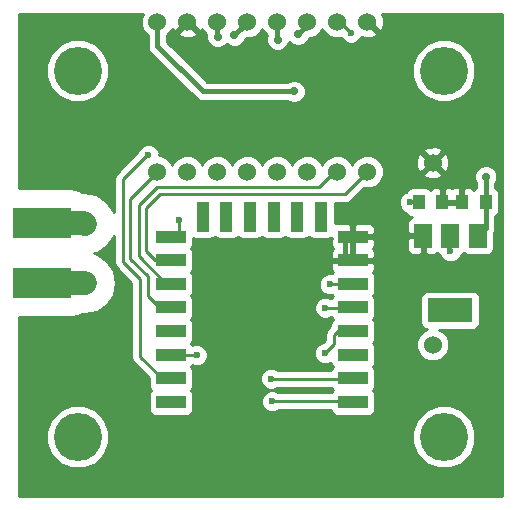
<source format=gbr>
G04 #@! TF.FileFunction,Copper,L2,Bot,Signal*
%FSLAX46Y46*%
G04 Gerber Fmt 4.6, Leading zero omitted, Abs format (unit mm)*
G04 Created by KiCad (PCBNEW 4.0.6) date Tuesday, 22. January 2019 19:52:39*
%MOMM*%
%LPD*%
G01*
G04 APERTURE LIST*
%ADD10C,0.100000*%
%ADD11C,1.524000*%
%ADD12R,1.000000X1.250000*%
%ADD13R,3.800000X2.000000*%
%ADD14R,1.500000X2.000000*%
%ADD15R,2.500000X1.100000*%
%ADD16R,1.100000X2.500000*%
%ADD17C,4.064000*%
%ADD18R,5.000000X2.500000*%
%ADD19C,0.700000*%
%ADD20C,0.600000*%
%ADD21C,0.400000*%
%ADD22C,0.250000*%
%ADD23C,2.000000*%
%ADD24C,0.254000*%
G04 APERTURE END LIST*
D10*
D11*
X188404500Y-38671500D03*
X190944500Y-38671500D03*
X193484500Y-38671500D03*
X196024500Y-38671500D03*
X198564500Y-38671500D03*
X201104500Y-38671500D03*
X203644500Y-38671500D03*
X206184500Y-38671500D03*
X206184500Y-38671500D03*
X206184500Y-51371500D03*
X203644500Y-38671500D03*
X203644500Y-51371500D03*
X201104500Y-38671500D03*
X201104500Y-51371500D03*
X198564500Y-38671500D03*
X198564500Y-51371500D03*
X196024500Y-38671500D03*
X196024500Y-51371500D03*
X193484500Y-38671500D03*
X193484500Y-51371500D03*
X190944500Y-38671500D03*
X190944500Y-51371500D03*
X188404500Y-38671500D03*
X188404500Y-51371500D03*
D12*
X214188800Y-53949600D03*
X216188800Y-53949600D03*
X210531200Y-53949600D03*
X212531200Y-53949600D03*
D13*
X213207600Y-63094000D03*
D14*
X213207600Y-56794000D03*
X215507600Y-56794000D03*
X210907600Y-56794000D03*
D15*
X189546000Y-70866000D03*
X189546000Y-68866000D03*
X189546000Y-66866000D03*
X189546000Y-64866000D03*
X189546000Y-62866000D03*
X189546000Y-60866000D03*
X189546000Y-58866000D03*
X189546000Y-56866000D03*
X204946000Y-56866000D03*
X204946000Y-58866000D03*
X204946000Y-60866000D03*
X204946000Y-62866000D03*
X204946000Y-64866000D03*
X204946000Y-66866000D03*
X204946000Y-68866000D03*
X204946000Y-70866000D03*
D16*
X192236000Y-55166000D03*
X194236000Y-55166000D03*
X196236000Y-55166000D03*
X198236000Y-55166000D03*
X200236000Y-55166000D03*
X202236000Y-55166000D03*
D17*
X181654800Y-42818400D03*
X212654800Y-42818400D03*
X181654800Y-73818400D03*
X212654800Y-73818400D03*
D11*
X182302400Y-55818400D03*
X182302400Y-60818400D03*
X211702400Y-50618400D03*
X211702400Y-66018400D03*
D18*
X178612800Y-55676800D03*
X178612800Y-60756800D03*
D19*
X214528400Y-47548800D03*
X202184000Y-73202800D03*
X207060800Y-41503600D03*
X186436000Y-70053200D03*
X199136000Y-78181200D03*
D20*
X204787500Y-39624000D03*
X190246000Y-55473600D03*
X202996800Y-60909200D03*
X191719200Y-66903600D03*
X213207600Y-58115200D03*
X209753200Y-53949600D03*
D19*
X216204800Y-51790600D03*
X199961500Y-44577000D03*
D20*
X198018400Y-68884800D03*
X198120000Y-70815200D03*
X202575142Y-66735942D03*
X202590400Y-62890400D03*
D19*
X200304400Y-39725600D03*
X198577200Y-40182800D03*
X194919600Y-39827200D03*
X193497200Y-39928800D03*
D20*
X187642500Y-49974500D03*
D21*
X206298800Y-38658800D02*
X206146400Y-38658800D01*
X204246000Y-56866000D02*
X204246000Y-58866000D01*
X210328000Y-56214400D02*
X210907600Y-56794000D01*
D22*
X203644500Y-38671500D02*
X203835000Y-38671500D01*
X203835000Y-38671500D02*
X204787500Y-39624000D01*
X190246000Y-56866000D02*
X190246000Y-55473600D01*
X204246000Y-60866000D02*
X203040000Y-60866000D01*
X203040000Y-60866000D02*
X202996800Y-60909200D01*
X190246000Y-66866000D02*
X191681600Y-66866000D01*
X191681600Y-66866000D02*
X191719200Y-66903600D01*
X213207600Y-56794000D02*
X213207600Y-58115200D01*
X210531200Y-53949600D02*
X209753200Y-53949600D01*
X210531200Y-53949600D02*
X210769200Y-53949600D01*
X213207600Y-56388000D02*
X213207600Y-56794000D01*
D21*
X216188800Y-53949600D02*
X216188800Y-51806600D01*
X216188800Y-51806600D02*
X216204800Y-51790600D01*
X188404500Y-38671500D02*
X188404500Y-40703500D01*
X192278000Y-44577000D02*
X199961500Y-44577000D01*
X188404500Y-40703500D02*
X192278000Y-44577000D01*
X216052400Y-53813200D02*
X216188800Y-53949600D01*
X216188800Y-53949600D02*
X216188800Y-56112800D01*
X216188800Y-56112800D02*
X215507600Y-56794000D01*
D22*
X198018400Y-68884800D02*
X204227200Y-68884800D01*
X204227200Y-68884800D02*
X204246000Y-68866000D01*
X198120000Y-70815200D02*
X204195200Y-70815200D01*
X204195200Y-70815200D02*
X204246000Y-70866000D01*
X203662800Y-64866000D02*
X203370999Y-65157801D01*
X203370999Y-65157801D02*
X203370999Y-65940085D01*
X203370999Y-65940085D02*
X202575142Y-66735942D01*
X204246000Y-64866000D02*
X203662800Y-64866000D01*
X202590400Y-62890400D02*
X204221600Y-62890400D01*
X204221600Y-62890400D02*
X204246000Y-62866000D01*
X190246000Y-60866000D02*
X189136000Y-60866000D01*
X189136000Y-60866000D02*
X186817000Y-58547000D01*
X202057000Y-52705000D02*
X203390500Y-51371500D01*
X188341000Y-52705000D02*
X202057000Y-52705000D01*
X186817000Y-54229000D02*
X188341000Y-52705000D01*
X186817000Y-58547000D02*
X186817000Y-54229000D01*
X203390500Y-51371500D02*
X203644500Y-51371500D01*
X190246000Y-58866000D02*
X188215500Y-58866000D01*
X204279500Y-53276500D02*
X206184500Y-51371500D01*
X188595000Y-53276500D02*
X204279500Y-53276500D01*
X187452000Y-54419500D02*
X188595000Y-53276500D01*
X187452000Y-58102500D02*
X187452000Y-54419500D01*
X188215500Y-58866000D02*
X187452000Y-58102500D01*
X190246000Y-58866000D02*
X188558400Y-58866000D01*
X190246000Y-62866000D02*
X188532500Y-62866000D01*
X188532500Y-62866000D02*
X187579000Y-61912500D01*
X186118500Y-53657500D02*
X188404500Y-51371500D01*
X186118500Y-58737500D02*
X186118500Y-53657500D01*
X187579000Y-60198000D02*
X186118500Y-58737500D01*
X187579000Y-61912500D02*
X187579000Y-60198000D01*
X190246000Y-62866000D02*
X189160998Y-62866000D01*
D21*
X200304400Y-39725600D02*
X201066400Y-38963600D01*
X201066400Y-38963600D02*
X201066400Y-38658800D01*
X198526400Y-40132000D02*
X198526400Y-38658800D01*
X198577200Y-40182800D02*
X198526400Y-40132000D01*
X194919600Y-39827200D02*
X195986400Y-38760400D01*
X195986400Y-38760400D02*
X195986400Y-38658800D01*
X193446400Y-39878000D02*
X193446400Y-38658800D01*
X193497200Y-39928800D02*
X193446400Y-39878000D01*
D23*
X178612800Y-55676800D02*
X182160800Y-55676800D01*
X182160800Y-55676800D02*
X182302400Y-55818400D01*
X178612800Y-60756800D02*
X182240800Y-60756800D01*
X182240800Y-60756800D02*
X182302400Y-60818400D01*
D22*
X190246000Y-68866000D02*
X188754000Y-68866000D01*
X188754000Y-68866000D02*
X186944000Y-67056000D01*
X186944000Y-67056000D02*
X186944000Y-60452000D01*
X186944000Y-60452000D02*
X185483500Y-58991500D01*
X185483500Y-58991500D02*
X185483500Y-52006500D01*
X185483500Y-52006500D02*
X187515500Y-49974500D01*
X187515500Y-49974500D02*
X187642500Y-49974500D01*
D24*
G36*
X187007743Y-38392400D02*
X187007258Y-38948161D01*
X187219490Y-39461803D01*
X187569500Y-39812425D01*
X187569500Y-40703500D01*
X187633061Y-41023041D01*
X187729671Y-41167628D01*
X187814066Y-41293934D01*
X191687566Y-45167434D01*
X191958459Y-45348439D01*
X192278000Y-45412000D01*
X199403886Y-45412000D01*
X199764712Y-45561828D01*
X200156569Y-45562170D01*
X200518729Y-45412529D01*
X200796055Y-45135686D01*
X200946328Y-44773788D01*
X200946670Y-44381931D01*
X200797029Y-44019771D01*
X200520186Y-43742445D01*
X200158288Y-43592172D01*
X199766431Y-43591830D01*
X199404271Y-43741471D01*
X199403741Y-43742000D01*
X192623868Y-43742000D01*
X192228440Y-43346572D01*
X209987338Y-43346572D01*
X210392509Y-44327161D01*
X211142093Y-45078055D01*
X212121973Y-45484936D01*
X213182972Y-45485862D01*
X214163561Y-45080691D01*
X214914455Y-44331107D01*
X215321336Y-43351227D01*
X215322262Y-42290228D01*
X214917091Y-41309639D01*
X214167507Y-40558745D01*
X213187627Y-40151864D01*
X212126628Y-40150938D01*
X211146039Y-40556109D01*
X210395145Y-41305693D01*
X209988264Y-42285573D01*
X209987338Y-43346572D01*
X192228440Y-43346572D01*
X189239500Y-40357632D01*
X189239500Y-39811891D01*
X189399957Y-39651713D01*
X190143892Y-39651713D01*
X190213357Y-39893897D01*
X190736802Y-40080644D01*
X191291868Y-40052862D01*
X191675643Y-39893897D01*
X191745108Y-39651713D01*
X190944500Y-38851105D01*
X190143892Y-39651713D01*
X189399957Y-39651713D01*
X189588129Y-39463870D01*
X189667895Y-39271773D01*
X189722103Y-39402643D01*
X189964287Y-39472108D01*
X190764895Y-38671500D01*
X190750753Y-38657358D01*
X190930358Y-38477753D01*
X190944500Y-38491895D01*
X190958643Y-38477753D01*
X191138248Y-38657358D01*
X191124105Y-38671500D01*
X191924713Y-39472108D01*
X192166897Y-39402643D01*
X192217009Y-39262182D01*
X192299490Y-39461803D01*
X192529074Y-39691788D01*
X192512372Y-39732012D01*
X192512030Y-40123869D01*
X192661671Y-40486029D01*
X192938514Y-40763355D01*
X193300412Y-40913628D01*
X193692269Y-40913970D01*
X194054429Y-40764329D01*
X194259226Y-40559889D01*
X194360914Y-40661755D01*
X194722812Y-40812028D01*
X195114669Y-40812370D01*
X195476829Y-40662729D01*
X195754155Y-40385886D01*
X195885995Y-40068380D01*
X196301161Y-40068742D01*
X196814803Y-39856510D01*
X197208129Y-39463870D01*
X197294449Y-39255988D01*
X197379490Y-39461803D01*
X197683561Y-39766405D01*
X197592372Y-39986012D01*
X197592030Y-40377869D01*
X197741671Y-40740029D01*
X198018514Y-41017355D01*
X198380412Y-41167628D01*
X198772269Y-41167970D01*
X199134429Y-41018329D01*
X199411755Y-40741486D01*
X199562028Y-40379588D01*
X199562031Y-40376152D01*
X199745714Y-40560155D01*
X200107612Y-40710428D01*
X200499469Y-40710770D01*
X200861629Y-40561129D01*
X201138955Y-40284286D01*
X201228512Y-40068609D01*
X201381161Y-40068742D01*
X201894803Y-39856510D01*
X202288129Y-39463870D01*
X202374449Y-39255988D01*
X202459490Y-39461803D01*
X202852130Y-39855129D01*
X203365400Y-40068257D01*
X203921161Y-40068742D01*
X203953988Y-40055178D01*
X203994383Y-40152943D01*
X204257173Y-40416192D01*
X204600701Y-40558838D01*
X204972667Y-40559162D01*
X205316443Y-40417117D01*
X205579692Y-40154327D01*
X205657579Y-39966756D01*
X205976802Y-40080644D01*
X206531868Y-40052862D01*
X206915643Y-39893897D01*
X206985108Y-39651713D01*
X206184500Y-38851105D01*
X206170358Y-38865248D01*
X205990753Y-38685643D01*
X206004895Y-38671500D01*
X205990753Y-38657358D01*
X206170358Y-38477753D01*
X206184500Y-38491895D01*
X206198643Y-38477753D01*
X206378248Y-38657358D01*
X206364105Y-38671500D01*
X207164713Y-39472108D01*
X207406897Y-39402643D01*
X207593644Y-38879198D01*
X207565862Y-38324132D01*
X207425182Y-37984500D01*
X217539500Y-37984500D01*
X217539500Y-78855500D01*
X176668500Y-78855500D01*
X176668500Y-74346572D01*
X178987338Y-74346572D01*
X179392509Y-75327161D01*
X180142093Y-76078055D01*
X181121973Y-76484936D01*
X182182972Y-76485862D01*
X183163561Y-76080691D01*
X183914455Y-75331107D01*
X184321336Y-74351227D01*
X184321340Y-74346572D01*
X209987338Y-74346572D01*
X210392509Y-75327161D01*
X211142093Y-76078055D01*
X212121973Y-76484936D01*
X213182972Y-76485862D01*
X214163561Y-76080691D01*
X214914455Y-75331107D01*
X215321336Y-74351227D01*
X215322262Y-73290228D01*
X214917091Y-72309639D01*
X214167507Y-71558745D01*
X213187627Y-71151864D01*
X212126628Y-71150938D01*
X211146039Y-71556109D01*
X210395145Y-72305693D01*
X209988264Y-73285573D01*
X209987338Y-74346572D01*
X184321340Y-74346572D01*
X184322262Y-73290228D01*
X183917091Y-72309639D01*
X183167507Y-71558745D01*
X182187627Y-71151864D01*
X181126628Y-71150938D01*
X180146039Y-71556109D01*
X179395145Y-72305693D01*
X178988264Y-73285573D01*
X178987338Y-74346572D01*
X176668500Y-74346572D01*
X176668500Y-63665674D01*
X181112800Y-63665674D01*
X181715730Y-63552225D01*
X181977470Y-63383800D01*
X181992711Y-63383800D01*
X182302400Y-63445401D01*
X183307710Y-63245432D01*
X184159970Y-62675970D01*
X184729432Y-61823710D01*
X184929401Y-60818400D01*
X184729432Y-59813090D01*
X184159970Y-58960831D01*
X184098370Y-58899230D01*
X183246110Y-58329768D01*
X183064918Y-58293727D01*
X183307710Y-58245432D01*
X184159970Y-57675970D01*
X184723500Y-56832588D01*
X184723500Y-58991500D01*
X184781352Y-59282339D01*
X184946099Y-59528901D01*
X186184000Y-60766802D01*
X186184000Y-67056000D01*
X186241852Y-67346839D01*
X186406599Y-67593401D01*
X187648560Y-68835362D01*
X187648560Y-69416000D01*
X187692838Y-69651317D01*
X187831910Y-69867441D01*
X187833299Y-69868390D01*
X187699569Y-70064110D01*
X187648560Y-70316000D01*
X187648560Y-71416000D01*
X187692838Y-71651317D01*
X187831910Y-71867441D01*
X188044110Y-72012431D01*
X188296000Y-72063440D01*
X190796000Y-72063440D01*
X191031317Y-72019162D01*
X191247441Y-71880090D01*
X191392431Y-71667890D01*
X191443440Y-71416000D01*
X191443440Y-70316000D01*
X191399162Y-70080683D01*
X191260090Y-69864559D01*
X191258701Y-69863610D01*
X191392431Y-69667890D01*
X191443440Y-69416000D01*
X191443440Y-69069967D01*
X197083238Y-69069967D01*
X197225283Y-69413743D01*
X197488073Y-69676992D01*
X197831601Y-69819638D01*
X198203567Y-69819962D01*
X198547343Y-69677917D01*
X198580518Y-69644800D01*
X203091612Y-69644800D01*
X203092838Y-69651317D01*
X203231910Y-69867441D01*
X203233299Y-69868390D01*
X203105657Y-70055200D01*
X198682463Y-70055200D01*
X198650327Y-70023008D01*
X198306799Y-69880362D01*
X197934833Y-69880038D01*
X197591057Y-70022083D01*
X197327808Y-70284873D01*
X197185162Y-70628401D01*
X197184838Y-71000367D01*
X197326883Y-71344143D01*
X197589673Y-71607392D01*
X197933201Y-71750038D01*
X198305167Y-71750362D01*
X198648943Y-71608317D01*
X198682118Y-71575200D01*
X203078516Y-71575200D01*
X203092838Y-71651317D01*
X203231910Y-71867441D01*
X203444110Y-72012431D01*
X203696000Y-72063440D01*
X206196000Y-72063440D01*
X206431317Y-72019162D01*
X206647441Y-71880090D01*
X206792431Y-71667890D01*
X206843440Y-71416000D01*
X206843440Y-70316000D01*
X206799162Y-70080683D01*
X206660090Y-69864559D01*
X206658701Y-69863610D01*
X206792431Y-69667890D01*
X206843440Y-69416000D01*
X206843440Y-68316000D01*
X206799162Y-68080683D01*
X206660090Y-67864559D01*
X206658701Y-67863610D01*
X206792431Y-67667890D01*
X206843440Y-67416000D01*
X206843440Y-66316000D01*
X206839501Y-66295061D01*
X210305158Y-66295061D01*
X210517390Y-66808703D01*
X210910030Y-67202029D01*
X211423300Y-67415157D01*
X211979061Y-67415642D01*
X212492703Y-67203410D01*
X212886029Y-66810770D01*
X213099157Y-66297500D01*
X213099642Y-65741739D01*
X212887410Y-65228097D01*
X212494770Y-64834771D01*
X212270004Y-64741440D01*
X215107600Y-64741440D01*
X215342917Y-64697162D01*
X215559041Y-64558090D01*
X215704031Y-64345890D01*
X215755040Y-64094000D01*
X215755040Y-62094000D01*
X215710762Y-61858683D01*
X215571690Y-61642559D01*
X215359490Y-61497569D01*
X215107600Y-61446560D01*
X211307600Y-61446560D01*
X211072283Y-61490838D01*
X210856159Y-61629910D01*
X210711169Y-61842110D01*
X210660160Y-62094000D01*
X210660160Y-64094000D01*
X210704438Y-64329317D01*
X210843510Y-64545441D01*
X211055710Y-64690431D01*
X211191523Y-64717934D01*
X210912097Y-64833390D01*
X210518771Y-65226030D01*
X210305643Y-65739300D01*
X210305158Y-66295061D01*
X206839501Y-66295061D01*
X206799162Y-66080683D01*
X206660090Y-65864559D01*
X206658701Y-65863610D01*
X206792431Y-65667890D01*
X206843440Y-65416000D01*
X206843440Y-64316000D01*
X206799162Y-64080683D01*
X206660090Y-63864559D01*
X206658701Y-63863610D01*
X206792431Y-63667890D01*
X206843440Y-63416000D01*
X206843440Y-62316000D01*
X206799162Y-62080683D01*
X206660090Y-61864559D01*
X206658701Y-61863610D01*
X206792431Y-61667890D01*
X206843440Y-61416000D01*
X206843440Y-60316000D01*
X206799162Y-60080683D01*
X206660090Y-59864559D01*
X206651402Y-59858623D01*
X206734327Y-59775699D01*
X206831000Y-59542310D01*
X206831000Y-59151750D01*
X206672250Y-58993000D01*
X205073000Y-58993000D01*
X205073000Y-59013000D01*
X204819000Y-59013000D01*
X204819000Y-58993000D01*
X203219750Y-58993000D01*
X203061000Y-59151750D01*
X203061000Y-59542310D01*
X203157673Y-59775699D01*
X203240226Y-59858252D01*
X203160905Y-59974342D01*
X202811633Y-59974038D01*
X202467857Y-60116083D01*
X202204608Y-60378873D01*
X202061962Y-60722401D01*
X202061638Y-61094367D01*
X202203683Y-61438143D01*
X202466473Y-61701392D01*
X202810001Y-61844038D01*
X203181967Y-61844362D01*
X203209688Y-61832908D01*
X203231910Y-61867441D01*
X203233299Y-61868390D01*
X203099569Y-62064110D01*
X203094841Y-62087459D01*
X202777199Y-61955562D01*
X202405233Y-61955238D01*
X202061457Y-62097283D01*
X201798208Y-62360073D01*
X201655562Y-62703601D01*
X201655238Y-63075567D01*
X201797283Y-63419343D01*
X202060073Y-63682592D01*
X202403601Y-63825238D01*
X202775567Y-63825562D01*
X203114773Y-63685405D01*
X203231910Y-63867441D01*
X203233299Y-63868390D01*
X203099569Y-64064110D01*
X203048560Y-64316000D01*
X203048560Y-64405438D01*
X202833598Y-64620400D01*
X202668851Y-64866962D01*
X202610999Y-65157801D01*
X202610999Y-65625283D01*
X202435462Y-65800820D01*
X202389975Y-65800780D01*
X202046199Y-65942825D01*
X201782950Y-66205615D01*
X201640304Y-66549143D01*
X201639980Y-66921109D01*
X201782025Y-67264885D01*
X202044815Y-67528134D01*
X202388343Y-67670780D01*
X202760309Y-67671104D01*
X203072304Y-67542190D01*
X203092838Y-67651317D01*
X203231910Y-67867441D01*
X203233299Y-67868390D01*
X203099569Y-68064110D01*
X203087279Y-68124800D01*
X198580863Y-68124800D01*
X198548727Y-68092608D01*
X198205199Y-67949962D01*
X197833233Y-67949638D01*
X197489457Y-68091683D01*
X197226208Y-68354473D01*
X197083562Y-68698001D01*
X197083238Y-69069967D01*
X191443440Y-69069967D01*
X191443440Y-68316000D01*
X191399162Y-68080683D01*
X191260090Y-67864559D01*
X191258701Y-67863610D01*
X191332591Y-67755469D01*
X191532401Y-67838438D01*
X191904367Y-67838762D01*
X192248143Y-67696717D01*
X192511392Y-67433927D01*
X192654038Y-67090399D01*
X192654362Y-66718433D01*
X192512317Y-66374657D01*
X192249527Y-66111408D01*
X191905999Y-65968762D01*
X191534033Y-65968438D01*
X191370433Y-66036036D01*
X191260090Y-65864559D01*
X191258701Y-65863610D01*
X191392431Y-65667890D01*
X191443440Y-65416000D01*
X191443440Y-64316000D01*
X191399162Y-64080683D01*
X191260090Y-63864559D01*
X191258701Y-63863610D01*
X191392431Y-63667890D01*
X191443440Y-63416000D01*
X191443440Y-62316000D01*
X191399162Y-62080683D01*
X191260090Y-61864559D01*
X191258701Y-61863610D01*
X191392431Y-61667890D01*
X191443440Y-61416000D01*
X191443440Y-60316000D01*
X191399162Y-60080683D01*
X191260090Y-59864559D01*
X191258701Y-59863610D01*
X191392431Y-59667890D01*
X191443440Y-59416000D01*
X191443440Y-58316000D01*
X191399162Y-58080683D01*
X191260090Y-57864559D01*
X191258701Y-57863610D01*
X191392431Y-57667890D01*
X191443440Y-57416000D01*
X191443440Y-57014320D01*
X191686000Y-57063440D01*
X192786000Y-57063440D01*
X193021317Y-57019162D01*
X193237441Y-56880090D01*
X193238390Y-56878701D01*
X193434110Y-57012431D01*
X193686000Y-57063440D01*
X194786000Y-57063440D01*
X195021317Y-57019162D01*
X195237441Y-56880090D01*
X195238390Y-56878701D01*
X195434110Y-57012431D01*
X195686000Y-57063440D01*
X196786000Y-57063440D01*
X197021317Y-57019162D01*
X197237441Y-56880090D01*
X197238390Y-56878701D01*
X197434110Y-57012431D01*
X197686000Y-57063440D01*
X198786000Y-57063440D01*
X199021317Y-57019162D01*
X199237441Y-56880090D01*
X199238390Y-56878701D01*
X199434110Y-57012431D01*
X199686000Y-57063440D01*
X200786000Y-57063440D01*
X201021317Y-57019162D01*
X201237441Y-56880090D01*
X201238390Y-56878701D01*
X201434110Y-57012431D01*
X201686000Y-57063440D01*
X202786000Y-57063440D01*
X203021317Y-57019162D01*
X203061971Y-56993002D01*
X203219748Y-56993002D01*
X203061000Y-57151750D01*
X203061000Y-57542310D01*
X203157673Y-57775699D01*
X203247975Y-57866000D01*
X203157673Y-57956301D01*
X203061000Y-58189690D01*
X203061000Y-58580250D01*
X203219750Y-58739000D01*
X204819000Y-58739000D01*
X204819000Y-56993000D01*
X205073000Y-56993000D01*
X205073000Y-58739000D01*
X206672250Y-58739000D01*
X206831000Y-58580250D01*
X206831000Y-58189690D01*
X206734327Y-57956301D01*
X206644025Y-57866000D01*
X206734327Y-57775699D01*
X206831000Y-57542310D01*
X206831000Y-57151750D01*
X206759000Y-57079750D01*
X209522600Y-57079750D01*
X209522600Y-57920309D01*
X209619273Y-58153698D01*
X209797901Y-58332327D01*
X210031290Y-58429000D01*
X210621850Y-58429000D01*
X210780600Y-58270250D01*
X210780600Y-56921000D01*
X209681350Y-56921000D01*
X209522600Y-57079750D01*
X206759000Y-57079750D01*
X206672250Y-56993000D01*
X205073000Y-56993000D01*
X204819000Y-56993000D01*
X204799000Y-56993000D01*
X204799000Y-56739000D01*
X204819000Y-56739000D01*
X204819000Y-55839750D01*
X205073000Y-55839750D01*
X205073000Y-56739000D01*
X206672250Y-56739000D01*
X206831000Y-56580250D01*
X206831000Y-56189690D01*
X206734327Y-55956301D01*
X206555698Y-55777673D01*
X206322309Y-55681000D01*
X205231750Y-55681000D01*
X205073000Y-55839750D01*
X204819000Y-55839750D01*
X204660250Y-55681000D01*
X203569691Y-55681000D01*
X203433440Y-55737437D01*
X203433440Y-54134767D01*
X208818038Y-54134767D01*
X208960083Y-54478543D01*
X209222873Y-54741792D01*
X209443025Y-54833208D01*
X209567110Y-55026041D01*
X209779310Y-55171031D01*
X209929042Y-55201353D01*
X209797901Y-55255673D01*
X209619273Y-55434302D01*
X209522600Y-55667691D01*
X209522600Y-56508250D01*
X209681350Y-56667000D01*
X210780600Y-56667000D01*
X210780600Y-56647000D01*
X211034600Y-56647000D01*
X211034600Y-56667000D01*
X211054600Y-56667000D01*
X211054600Y-56921000D01*
X211034600Y-56921000D01*
X211034600Y-58270250D01*
X211193350Y-58429000D01*
X211783910Y-58429000D01*
X212017299Y-58332327D01*
X212059260Y-58290366D01*
X212205710Y-58390431D01*
X212319143Y-58413402D01*
X212414483Y-58644143D01*
X212677273Y-58907392D01*
X213020801Y-59050038D01*
X213392767Y-59050362D01*
X213736543Y-58908317D01*
X213999792Y-58645527D01*
X214095295Y-58415531D01*
X214192917Y-58397162D01*
X214359077Y-58290241D01*
X214505710Y-58390431D01*
X214757600Y-58441440D01*
X216257600Y-58441440D01*
X216492917Y-58397162D01*
X216709041Y-58258090D01*
X216854031Y-58045890D01*
X216905040Y-57794000D01*
X216905040Y-56514951D01*
X216909518Y-56508250D01*
X216960239Y-56432341D01*
X217023800Y-56112800D01*
X217023800Y-55113618D01*
X217140241Y-55038690D01*
X217285231Y-54826490D01*
X217336240Y-54574600D01*
X217336240Y-53324600D01*
X217291962Y-53089283D01*
X217152890Y-52873159D01*
X217023800Y-52784956D01*
X217023800Y-52364814D01*
X217039355Y-52349286D01*
X217189628Y-51987388D01*
X217189970Y-51595531D01*
X217040329Y-51233371D01*
X216763486Y-50956045D01*
X216401588Y-50805772D01*
X216009731Y-50805430D01*
X215647571Y-50955071D01*
X215370245Y-51231914D01*
X215219972Y-51593812D01*
X215219630Y-51985669D01*
X215353800Y-52310386D01*
X215353800Y-52785582D01*
X215237359Y-52860510D01*
X215190831Y-52928606D01*
X215048498Y-52786273D01*
X214815109Y-52689600D01*
X214474550Y-52689600D01*
X214315800Y-52848350D01*
X214315800Y-53822600D01*
X214335800Y-53822600D01*
X214335800Y-54076600D01*
X214315800Y-54076600D01*
X214315800Y-54096600D01*
X214061800Y-54096600D01*
X214061800Y-54076600D01*
X212658200Y-54076600D01*
X212658200Y-54096600D01*
X212404200Y-54096600D01*
X212404200Y-54076600D01*
X212384200Y-54076600D01*
X212384200Y-53822600D01*
X212404200Y-53822600D01*
X212404200Y-52848350D01*
X212658200Y-52848350D01*
X212658200Y-53822600D01*
X214061800Y-53822600D01*
X214061800Y-52848350D01*
X213903050Y-52689600D01*
X213562491Y-52689600D01*
X213360000Y-52773475D01*
X213157509Y-52689600D01*
X212816950Y-52689600D01*
X212658200Y-52848350D01*
X212404200Y-52848350D01*
X212245450Y-52689600D01*
X211904891Y-52689600D01*
X211671502Y-52786273D01*
X211530264Y-52927510D01*
X211495290Y-52873159D01*
X211283090Y-52728169D01*
X211031200Y-52677160D01*
X210031200Y-52677160D01*
X209795883Y-52721438D01*
X209579759Y-52860510D01*
X209437824Y-53068239D01*
X209224257Y-53156483D01*
X208961008Y-53419273D01*
X208818362Y-53762801D01*
X208818038Y-54134767D01*
X203433440Y-54134767D01*
X203433440Y-54036500D01*
X204279500Y-54036500D01*
X204570339Y-53978648D01*
X204816901Y-53813901D01*
X205875119Y-52755683D01*
X205905400Y-52768257D01*
X206461161Y-52768742D01*
X206974803Y-52556510D01*
X207368129Y-52163870D01*
X207581257Y-51650600D01*
X207581302Y-51598613D01*
X210901792Y-51598613D01*
X210971257Y-51840797D01*
X211494702Y-52027544D01*
X212049768Y-51999762D01*
X212433543Y-51840797D01*
X212503008Y-51598613D01*
X211702400Y-50798005D01*
X210901792Y-51598613D01*
X207581302Y-51598613D01*
X207581742Y-51094839D01*
X207369510Y-50581197D01*
X207199313Y-50410702D01*
X210293256Y-50410702D01*
X210321038Y-50965768D01*
X210480003Y-51349543D01*
X210722187Y-51419008D01*
X211522795Y-50618400D01*
X211882005Y-50618400D01*
X212682613Y-51419008D01*
X212924797Y-51349543D01*
X213111544Y-50826098D01*
X213083762Y-50271032D01*
X212924797Y-49887257D01*
X212682613Y-49817792D01*
X211882005Y-50618400D01*
X211522795Y-50618400D01*
X210722187Y-49817792D01*
X210480003Y-49887257D01*
X210293256Y-50410702D01*
X207199313Y-50410702D01*
X206976870Y-50187871D01*
X206463600Y-49974743D01*
X205907839Y-49974258D01*
X205394197Y-50186490D01*
X205000871Y-50579130D01*
X204914551Y-50787012D01*
X204829510Y-50581197D01*
X204436870Y-50187871D01*
X203923600Y-49974743D01*
X203367839Y-49974258D01*
X202854197Y-50186490D01*
X202460871Y-50579130D01*
X202374551Y-50787012D01*
X202289510Y-50581197D01*
X201896870Y-50187871D01*
X201383600Y-49974743D01*
X200827839Y-49974258D01*
X200314197Y-50186490D01*
X199920871Y-50579130D01*
X199834551Y-50787012D01*
X199749510Y-50581197D01*
X199356870Y-50187871D01*
X198843600Y-49974743D01*
X198287839Y-49974258D01*
X197774197Y-50186490D01*
X197380871Y-50579130D01*
X197294551Y-50787012D01*
X197209510Y-50581197D01*
X196816870Y-50187871D01*
X196303600Y-49974743D01*
X195747839Y-49974258D01*
X195234197Y-50186490D01*
X194840871Y-50579130D01*
X194754551Y-50787012D01*
X194669510Y-50581197D01*
X194276870Y-50187871D01*
X193763600Y-49974743D01*
X193207839Y-49974258D01*
X192694197Y-50186490D01*
X192300871Y-50579130D01*
X192214551Y-50787012D01*
X192129510Y-50581197D01*
X191736870Y-50187871D01*
X191223600Y-49974743D01*
X190667839Y-49974258D01*
X190154197Y-50186490D01*
X189760871Y-50579130D01*
X189674551Y-50787012D01*
X189589510Y-50581197D01*
X189196870Y-50187871D01*
X188683600Y-49974743D01*
X188577501Y-49974650D01*
X188577662Y-49789333D01*
X188515210Y-49638187D01*
X210901792Y-49638187D01*
X211702400Y-50438795D01*
X212503008Y-49638187D01*
X212433543Y-49396003D01*
X211910098Y-49209256D01*
X211355032Y-49237038D01*
X210971257Y-49396003D01*
X210901792Y-49638187D01*
X188515210Y-49638187D01*
X188435617Y-49445557D01*
X188172827Y-49182308D01*
X187829299Y-49039662D01*
X187457333Y-49039338D01*
X187113557Y-49181383D01*
X186850308Y-49444173D01*
X186764587Y-49650611D01*
X184946099Y-51469099D01*
X184781352Y-51715661D01*
X184723500Y-52006500D01*
X184723500Y-54804212D01*
X184159970Y-53960831D01*
X184018370Y-53819230D01*
X183166110Y-53249768D01*
X182160800Y-53049799D01*
X182160795Y-53049800D01*
X181979451Y-53049800D01*
X181758195Y-52898622D01*
X181112800Y-52767926D01*
X176668500Y-52767926D01*
X176668500Y-43346572D01*
X178987338Y-43346572D01*
X179392509Y-44327161D01*
X180142093Y-45078055D01*
X181121973Y-45484936D01*
X182182972Y-45485862D01*
X183163561Y-45080691D01*
X183914455Y-44331107D01*
X184321336Y-43351227D01*
X184322262Y-42290228D01*
X183917091Y-41309639D01*
X183167507Y-40558745D01*
X182187627Y-40151864D01*
X181126628Y-40150938D01*
X180146039Y-40556109D01*
X179395145Y-41305693D01*
X178988264Y-42285573D01*
X178987338Y-43346572D01*
X176668500Y-43346572D01*
X176668500Y-37984500D01*
X187177118Y-37984500D01*
X187007743Y-38392400D01*
X187007743Y-38392400D01*
G37*
X187007743Y-38392400D02*
X187007258Y-38948161D01*
X187219490Y-39461803D01*
X187569500Y-39812425D01*
X187569500Y-40703500D01*
X187633061Y-41023041D01*
X187729671Y-41167628D01*
X187814066Y-41293934D01*
X191687566Y-45167434D01*
X191958459Y-45348439D01*
X192278000Y-45412000D01*
X199403886Y-45412000D01*
X199764712Y-45561828D01*
X200156569Y-45562170D01*
X200518729Y-45412529D01*
X200796055Y-45135686D01*
X200946328Y-44773788D01*
X200946670Y-44381931D01*
X200797029Y-44019771D01*
X200520186Y-43742445D01*
X200158288Y-43592172D01*
X199766431Y-43591830D01*
X199404271Y-43741471D01*
X199403741Y-43742000D01*
X192623868Y-43742000D01*
X192228440Y-43346572D01*
X209987338Y-43346572D01*
X210392509Y-44327161D01*
X211142093Y-45078055D01*
X212121973Y-45484936D01*
X213182972Y-45485862D01*
X214163561Y-45080691D01*
X214914455Y-44331107D01*
X215321336Y-43351227D01*
X215322262Y-42290228D01*
X214917091Y-41309639D01*
X214167507Y-40558745D01*
X213187627Y-40151864D01*
X212126628Y-40150938D01*
X211146039Y-40556109D01*
X210395145Y-41305693D01*
X209988264Y-42285573D01*
X209987338Y-43346572D01*
X192228440Y-43346572D01*
X189239500Y-40357632D01*
X189239500Y-39811891D01*
X189399957Y-39651713D01*
X190143892Y-39651713D01*
X190213357Y-39893897D01*
X190736802Y-40080644D01*
X191291868Y-40052862D01*
X191675643Y-39893897D01*
X191745108Y-39651713D01*
X190944500Y-38851105D01*
X190143892Y-39651713D01*
X189399957Y-39651713D01*
X189588129Y-39463870D01*
X189667895Y-39271773D01*
X189722103Y-39402643D01*
X189964287Y-39472108D01*
X190764895Y-38671500D01*
X190750753Y-38657358D01*
X190930358Y-38477753D01*
X190944500Y-38491895D01*
X190958643Y-38477753D01*
X191138248Y-38657358D01*
X191124105Y-38671500D01*
X191924713Y-39472108D01*
X192166897Y-39402643D01*
X192217009Y-39262182D01*
X192299490Y-39461803D01*
X192529074Y-39691788D01*
X192512372Y-39732012D01*
X192512030Y-40123869D01*
X192661671Y-40486029D01*
X192938514Y-40763355D01*
X193300412Y-40913628D01*
X193692269Y-40913970D01*
X194054429Y-40764329D01*
X194259226Y-40559889D01*
X194360914Y-40661755D01*
X194722812Y-40812028D01*
X195114669Y-40812370D01*
X195476829Y-40662729D01*
X195754155Y-40385886D01*
X195885995Y-40068380D01*
X196301161Y-40068742D01*
X196814803Y-39856510D01*
X197208129Y-39463870D01*
X197294449Y-39255988D01*
X197379490Y-39461803D01*
X197683561Y-39766405D01*
X197592372Y-39986012D01*
X197592030Y-40377869D01*
X197741671Y-40740029D01*
X198018514Y-41017355D01*
X198380412Y-41167628D01*
X198772269Y-41167970D01*
X199134429Y-41018329D01*
X199411755Y-40741486D01*
X199562028Y-40379588D01*
X199562031Y-40376152D01*
X199745714Y-40560155D01*
X200107612Y-40710428D01*
X200499469Y-40710770D01*
X200861629Y-40561129D01*
X201138955Y-40284286D01*
X201228512Y-40068609D01*
X201381161Y-40068742D01*
X201894803Y-39856510D01*
X202288129Y-39463870D01*
X202374449Y-39255988D01*
X202459490Y-39461803D01*
X202852130Y-39855129D01*
X203365400Y-40068257D01*
X203921161Y-40068742D01*
X203953988Y-40055178D01*
X203994383Y-40152943D01*
X204257173Y-40416192D01*
X204600701Y-40558838D01*
X204972667Y-40559162D01*
X205316443Y-40417117D01*
X205579692Y-40154327D01*
X205657579Y-39966756D01*
X205976802Y-40080644D01*
X206531868Y-40052862D01*
X206915643Y-39893897D01*
X206985108Y-39651713D01*
X206184500Y-38851105D01*
X206170358Y-38865248D01*
X205990753Y-38685643D01*
X206004895Y-38671500D01*
X205990753Y-38657358D01*
X206170358Y-38477753D01*
X206184500Y-38491895D01*
X206198643Y-38477753D01*
X206378248Y-38657358D01*
X206364105Y-38671500D01*
X207164713Y-39472108D01*
X207406897Y-39402643D01*
X207593644Y-38879198D01*
X207565862Y-38324132D01*
X207425182Y-37984500D01*
X217539500Y-37984500D01*
X217539500Y-78855500D01*
X176668500Y-78855500D01*
X176668500Y-74346572D01*
X178987338Y-74346572D01*
X179392509Y-75327161D01*
X180142093Y-76078055D01*
X181121973Y-76484936D01*
X182182972Y-76485862D01*
X183163561Y-76080691D01*
X183914455Y-75331107D01*
X184321336Y-74351227D01*
X184321340Y-74346572D01*
X209987338Y-74346572D01*
X210392509Y-75327161D01*
X211142093Y-76078055D01*
X212121973Y-76484936D01*
X213182972Y-76485862D01*
X214163561Y-76080691D01*
X214914455Y-75331107D01*
X215321336Y-74351227D01*
X215322262Y-73290228D01*
X214917091Y-72309639D01*
X214167507Y-71558745D01*
X213187627Y-71151864D01*
X212126628Y-71150938D01*
X211146039Y-71556109D01*
X210395145Y-72305693D01*
X209988264Y-73285573D01*
X209987338Y-74346572D01*
X184321340Y-74346572D01*
X184322262Y-73290228D01*
X183917091Y-72309639D01*
X183167507Y-71558745D01*
X182187627Y-71151864D01*
X181126628Y-71150938D01*
X180146039Y-71556109D01*
X179395145Y-72305693D01*
X178988264Y-73285573D01*
X178987338Y-74346572D01*
X176668500Y-74346572D01*
X176668500Y-63665674D01*
X181112800Y-63665674D01*
X181715730Y-63552225D01*
X181977470Y-63383800D01*
X181992711Y-63383800D01*
X182302400Y-63445401D01*
X183307710Y-63245432D01*
X184159970Y-62675970D01*
X184729432Y-61823710D01*
X184929401Y-60818400D01*
X184729432Y-59813090D01*
X184159970Y-58960831D01*
X184098370Y-58899230D01*
X183246110Y-58329768D01*
X183064918Y-58293727D01*
X183307710Y-58245432D01*
X184159970Y-57675970D01*
X184723500Y-56832588D01*
X184723500Y-58991500D01*
X184781352Y-59282339D01*
X184946099Y-59528901D01*
X186184000Y-60766802D01*
X186184000Y-67056000D01*
X186241852Y-67346839D01*
X186406599Y-67593401D01*
X187648560Y-68835362D01*
X187648560Y-69416000D01*
X187692838Y-69651317D01*
X187831910Y-69867441D01*
X187833299Y-69868390D01*
X187699569Y-70064110D01*
X187648560Y-70316000D01*
X187648560Y-71416000D01*
X187692838Y-71651317D01*
X187831910Y-71867441D01*
X188044110Y-72012431D01*
X188296000Y-72063440D01*
X190796000Y-72063440D01*
X191031317Y-72019162D01*
X191247441Y-71880090D01*
X191392431Y-71667890D01*
X191443440Y-71416000D01*
X191443440Y-70316000D01*
X191399162Y-70080683D01*
X191260090Y-69864559D01*
X191258701Y-69863610D01*
X191392431Y-69667890D01*
X191443440Y-69416000D01*
X191443440Y-69069967D01*
X197083238Y-69069967D01*
X197225283Y-69413743D01*
X197488073Y-69676992D01*
X197831601Y-69819638D01*
X198203567Y-69819962D01*
X198547343Y-69677917D01*
X198580518Y-69644800D01*
X203091612Y-69644800D01*
X203092838Y-69651317D01*
X203231910Y-69867441D01*
X203233299Y-69868390D01*
X203105657Y-70055200D01*
X198682463Y-70055200D01*
X198650327Y-70023008D01*
X198306799Y-69880362D01*
X197934833Y-69880038D01*
X197591057Y-70022083D01*
X197327808Y-70284873D01*
X197185162Y-70628401D01*
X197184838Y-71000367D01*
X197326883Y-71344143D01*
X197589673Y-71607392D01*
X197933201Y-71750038D01*
X198305167Y-71750362D01*
X198648943Y-71608317D01*
X198682118Y-71575200D01*
X203078516Y-71575200D01*
X203092838Y-71651317D01*
X203231910Y-71867441D01*
X203444110Y-72012431D01*
X203696000Y-72063440D01*
X206196000Y-72063440D01*
X206431317Y-72019162D01*
X206647441Y-71880090D01*
X206792431Y-71667890D01*
X206843440Y-71416000D01*
X206843440Y-70316000D01*
X206799162Y-70080683D01*
X206660090Y-69864559D01*
X206658701Y-69863610D01*
X206792431Y-69667890D01*
X206843440Y-69416000D01*
X206843440Y-68316000D01*
X206799162Y-68080683D01*
X206660090Y-67864559D01*
X206658701Y-67863610D01*
X206792431Y-67667890D01*
X206843440Y-67416000D01*
X206843440Y-66316000D01*
X206839501Y-66295061D01*
X210305158Y-66295061D01*
X210517390Y-66808703D01*
X210910030Y-67202029D01*
X211423300Y-67415157D01*
X211979061Y-67415642D01*
X212492703Y-67203410D01*
X212886029Y-66810770D01*
X213099157Y-66297500D01*
X213099642Y-65741739D01*
X212887410Y-65228097D01*
X212494770Y-64834771D01*
X212270004Y-64741440D01*
X215107600Y-64741440D01*
X215342917Y-64697162D01*
X215559041Y-64558090D01*
X215704031Y-64345890D01*
X215755040Y-64094000D01*
X215755040Y-62094000D01*
X215710762Y-61858683D01*
X215571690Y-61642559D01*
X215359490Y-61497569D01*
X215107600Y-61446560D01*
X211307600Y-61446560D01*
X211072283Y-61490838D01*
X210856159Y-61629910D01*
X210711169Y-61842110D01*
X210660160Y-62094000D01*
X210660160Y-64094000D01*
X210704438Y-64329317D01*
X210843510Y-64545441D01*
X211055710Y-64690431D01*
X211191523Y-64717934D01*
X210912097Y-64833390D01*
X210518771Y-65226030D01*
X210305643Y-65739300D01*
X210305158Y-66295061D01*
X206839501Y-66295061D01*
X206799162Y-66080683D01*
X206660090Y-65864559D01*
X206658701Y-65863610D01*
X206792431Y-65667890D01*
X206843440Y-65416000D01*
X206843440Y-64316000D01*
X206799162Y-64080683D01*
X206660090Y-63864559D01*
X206658701Y-63863610D01*
X206792431Y-63667890D01*
X206843440Y-63416000D01*
X206843440Y-62316000D01*
X206799162Y-62080683D01*
X206660090Y-61864559D01*
X206658701Y-61863610D01*
X206792431Y-61667890D01*
X206843440Y-61416000D01*
X206843440Y-60316000D01*
X206799162Y-60080683D01*
X206660090Y-59864559D01*
X206651402Y-59858623D01*
X206734327Y-59775699D01*
X206831000Y-59542310D01*
X206831000Y-59151750D01*
X206672250Y-58993000D01*
X205073000Y-58993000D01*
X205073000Y-59013000D01*
X204819000Y-59013000D01*
X204819000Y-58993000D01*
X203219750Y-58993000D01*
X203061000Y-59151750D01*
X203061000Y-59542310D01*
X203157673Y-59775699D01*
X203240226Y-59858252D01*
X203160905Y-59974342D01*
X202811633Y-59974038D01*
X202467857Y-60116083D01*
X202204608Y-60378873D01*
X202061962Y-60722401D01*
X202061638Y-61094367D01*
X202203683Y-61438143D01*
X202466473Y-61701392D01*
X202810001Y-61844038D01*
X203181967Y-61844362D01*
X203209688Y-61832908D01*
X203231910Y-61867441D01*
X203233299Y-61868390D01*
X203099569Y-62064110D01*
X203094841Y-62087459D01*
X202777199Y-61955562D01*
X202405233Y-61955238D01*
X202061457Y-62097283D01*
X201798208Y-62360073D01*
X201655562Y-62703601D01*
X201655238Y-63075567D01*
X201797283Y-63419343D01*
X202060073Y-63682592D01*
X202403601Y-63825238D01*
X202775567Y-63825562D01*
X203114773Y-63685405D01*
X203231910Y-63867441D01*
X203233299Y-63868390D01*
X203099569Y-64064110D01*
X203048560Y-64316000D01*
X203048560Y-64405438D01*
X202833598Y-64620400D01*
X202668851Y-64866962D01*
X202610999Y-65157801D01*
X202610999Y-65625283D01*
X202435462Y-65800820D01*
X202389975Y-65800780D01*
X202046199Y-65942825D01*
X201782950Y-66205615D01*
X201640304Y-66549143D01*
X201639980Y-66921109D01*
X201782025Y-67264885D01*
X202044815Y-67528134D01*
X202388343Y-67670780D01*
X202760309Y-67671104D01*
X203072304Y-67542190D01*
X203092838Y-67651317D01*
X203231910Y-67867441D01*
X203233299Y-67868390D01*
X203099569Y-68064110D01*
X203087279Y-68124800D01*
X198580863Y-68124800D01*
X198548727Y-68092608D01*
X198205199Y-67949962D01*
X197833233Y-67949638D01*
X197489457Y-68091683D01*
X197226208Y-68354473D01*
X197083562Y-68698001D01*
X197083238Y-69069967D01*
X191443440Y-69069967D01*
X191443440Y-68316000D01*
X191399162Y-68080683D01*
X191260090Y-67864559D01*
X191258701Y-67863610D01*
X191332591Y-67755469D01*
X191532401Y-67838438D01*
X191904367Y-67838762D01*
X192248143Y-67696717D01*
X192511392Y-67433927D01*
X192654038Y-67090399D01*
X192654362Y-66718433D01*
X192512317Y-66374657D01*
X192249527Y-66111408D01*
X191905999Y-65968762D01*
X191534033Y-65968438D01*
X191370433Y-66036036D01*
X191260090Y-65864559D01*
X191258701Y-65863610D01*
X191392431Y-65667890D01*
X191443440Y-65416000D01*
X191443440Y-64316000D01*
X191399162Y-64080683D01*
X191260090Y-63864559D01*
X191258701Y-63863610D01*
X191392431Y-63667890D01*
X191443440Y-63416000D01*
X191443440Y-62316000D01*
X191399162Y-62080683D01*
X191260090Y-61864559D01*
X191258701Y-61863610D01*
X191392431Y-61667890D01*
X191443440Y-61416000D01*
X191443440Y-60316000D01*
X191399162Y-60080683D01*
X191260090Y-59864559D01*
X191258701Y-59863610D01*
X191392431Y-59667890D01*
X191443440Y-59416000D01*
X191443440Y-58316000D01*
X191399162Y-58080683D01*
X191260090Y-57864559D01*
X191258701Y-57863610D01*
X191392431Y-57667890D01*
X191443440Y-57416000D01*
X191443440Y-57014320D01*
X191686000Y-57063440D01*
X192786000Y-57063440D01*
X193021317Y-57019162D01*
X193237441Y-56880090D01*
X193238390Y-56878701D01*
X193434110Y-57012431D01*
X193686000Y-57063440D01*
X194786000Y-57063440D01*
X195021317Y-57019162D01*
X195237441Y-56880090D01*
X195238390Y-56878701D01*
X195434110Y-57012431D01*
X195686000Y-57063440D01*
X196786000Y-57063440D01*
X197021317Y-57019162D01*
X197237441Y-56880090D01*
X197238390Y-56878701D01*
X197434110Y-57012431D01*
X197686000Y-57063440D01*
X198786000Y-57063440D01*
X199021317Y-57019162D01*
X199237441Y-56880090D01*
X199238390Y-56878701D01*
X199434110Y-57012431D01*
X199686000Y-57063440D01*
X200786000Y-57063440D01*
X201021317Y-57019162D01*
X201237441Y-56880090D01*
X201238390Y-56878701D01*
X201434110Y-57012431D01*
X201686000Y-57063440D01*
X202786000Y-57063440D01*
X203021317Y-57019162D01*
X203061971Y-56993002D01*
X203219748Y-56993002D01*
X203061000Y-57151750D01*
X203061000Y-57542310D01*
X203157673Y-57775699D01*
X203247975Y-57866000D01*
X203157673Y-57956301D01*
X203061000Y-58189690D01*
X203061000Y-58580250D01*
X203219750Y-58739000D01*
X204819000Y-58739000D01*
X204819000Y-56993000D01*
X205073000Y-56993000D01*
X205073000Y-58739000D01*
X206672250Y-58739000D01*
X206831000Y-58580250D01*
X206831000Y-58189690D01*
X206734327Y-57956301D01*
X206644025Y-57866000D01*
X206734327Y-57775699D01*
X206831000Y-57542310D01*
X206831000Y-57151750D01*
X206759000Y-57079750D01*
X209522600Y-57079750D01*
X209522600Y-57920309D01*
X209619273Y-58153698D01*
X209797901Y-58332327D01*
X210031290Y-58429000D01*
X210621850Y-58429000D01*
X210780600Y-58270250D01*
X210780600Y-56921000D01*
X209681350Y-56921000D01*
X209522600Y-57079750D01*
X206759000Y-57079750D01*
X206672250Y-56993000D01*
X205073000Y-56993000D01*
X204819000Y-56993000D01*
X204799000Y-56993000D01*
X204799000Y-56739000D01*
X204819000Y-56739000D01*
X204819000Y-55839750D01*
X205073000Y-55839750D01*
X205073000Y-56739000D01*
X206672250Y-56739000D01*
X206831000Y-56580250D01*
X206831000Y-56189690D01*
X206734327Y-55956301D01*
X206555698Y-55777673D01*
X206322309Y-55681000D01*
X205231750Y-55681000D01*
X205073000Y-55839750D01*
X204819000Y-55839750D01*
X204660250Y-55681000D01*
X203569691Y-55681000D01*
X203433440Y-55737437D01*
X203433440Y-54134767D01*
X208818038Y-54134767D01*
X208960083Y-54478543D01*
X209222873Y-54741792D01*
X209443025Y-54833208D01*
X209567110Y-55026041D01*
X209779310Y-55171031D01*
X209929042Y-55201353D01*
X209797901Y-55255673D01*
X209619273Y-55434302D01*
X209522600Y-55667691D01*
X209522600Y-56508250D01*
X209681350Y-56667000D01*
X210780600Y-56667000D01*
X210780600Y-56647000D01*
X211034600Y-56647000D01*
X211034600Y-56667000D01*
X211054600Y-56667000D01*
X211054600Y-56921000D01*
X211034600Y-56921000D01*
X211034600Y-58270250D01*
X211193350Y-58429000D01*
X211783910Y-58429000D01*
X212017299Y-58332327D01*
X212059260Y-58290366D01*
X212205710Y-58390431D01*
X212319143Y-58413402D01*
X212414483Y-58644143D01*
X212677273Y-58907392D01*
X213020801Y-59050038D01*
X213392767Y-59050362D01*
X213736543Y-58908317D01*
X213999792Y-58645527D01*
X214095295Y-58415531D01*
X214192917Y-58397162D01*
X214359077Y-58290241D01*
X214505710Y-58390431D01*
X214757600Y-58441440D01*
X216257600Y-58441440D01*
X216492917Y-58397162D01*
X216709041Y-58258090D01*
X216854031Y-58045890D01*
X216905040Y-57794000D01*
X216905040Y-56514951D01*
X216909518Y-56508250D01*
X216960239Y-56432341D01*
X217023800Y-56112800D01*
X217023800Y-55113618D01*
X217140241Y-55038690D01*
X217285231Y-54826490D01*
X217336240Y-54574600D01*
X217336240Y-53324600D01*
X217291962Y-53089283D01*
X217152890Y-52873159D01*
X217023800Y-52784956D01*
X217023800Y-52364814D01*
X217039355Y-52349286D01*
X217189628Y-51987388D01*
X217189970Y-51595531D01*
X217040329Y-51233371D01*
X216763486Y-50956045D01*
X216401588Y-50805772D01*
X216009731Y-50805430D01*
X215647571Y-50955071D01*
X215370245Y-51231914D01*
X215219972Y-51593812D01*
X215219630Y-51985669D01*
X215353800Y-52310386D01*
X215353800Y-52785582D01*
X215237359Y-52860510D01*
X215190831Y-52928606D01*
X215048498Y-52786273D01*
X214815109Y-52689600D01*
X214474550Y-52689600D01*
X214315800Y-52848350D01*
X214315800Y-53822600D01*
X214335800Y-53822600D01*
X214335800Y-54076600D01*
X214315800Y-54076600D01*
X214315800Y-54096600D01*
X214061800Y-54096600D01*
X214061800Y-54076600D01*
X212658200Y-54076600D01*
X212658200Y-54096600D01*
X212404200Y-54096600D01*
X212404200Y-54076600D01*
X212384200Y-54076600D01*
X212384200Y-53822600D01*
X212404200Y-53822600D01*
X212404200Y-52848350D01*
X212658200Y-52848350D01*
X212658200Y-53822600D01*
X214061800Y-53822600D01*
X214061800Y-52848350D01*
X213903050Y-52689600D01*
X213562491Y-52689600D01*
X213360000Y-52773475D01*
X213157509Y-52689600D01*
X212816950Y-52689600D01*
X212658200Y-52848350D01*
X212404200Y-52848350D01*
X212245450Y-52689600D01*
X211904891Y-52689600D01*
X211671502Y-52786273D01*
X211530264Y-52927510D01*
X211495290Y-52873159D01*
X211283090Y-52728169D01*
X211031200Y-52677160D01*
X210031200Y-52677160D01*
X209795883Y-52721438D01*
X209579759Y-52860510D01*
X209437824Y-53068239D01*
X209224257Y-53156483D01*
X208961008Y-53419273D01*
X208818362Y-53762801D01*
X208818038Y-54134767D01*
X203433440Y-54134767D01*
X203433440Y-54036500D01*
X204279500Y-54036500D01*
X204570339Y-53978648D01*
X204816901Y-53813901D01*
X205875119Y-52755683D01*
X205905400Y-52768257D01*
X206461161Y-52768742D01*
X206974803Y-52556510D01*
X207368129Y-52163870D01*
X207581257Y-51650600D01*
X207581302Y-51598613D01*
X210901792Y-51598613D01*
X210971257Y-51840797D01*
X211494702Y-52027544D01*
X212049768Y-51999762D01*
X212433543Y-51840797D01*
X212503008Y-51598613D01*
X211702400Y-50798005D01*
X210901792Y-51598613D01*
X207581302Y-51598613D01*
X207581742Y-51094839D01*
X207369510Y-50581197D01*
X207199313Y-50410702D01*
X210293256Y-50410702D01*
X210321038Y-50965768D01*
X210480003Y-51349543D01*
X210722187Y-51419008D01*
X211522795Y-50618400D01*
X211882005Y-50618400D01*
X212682613Y-51419008D01*
X212924797Y-51349543D01*
X213111544Y-50826098D01*
X213083762Y-50271032D01*
X212924797Y-49887257D01*
X212682613Y-49817792D01*
X211882005Y-50618400D01*
X211522795Y-50618400D01*
X210722187Y-49817792D01*
X210480003Y-49887257D01*
X210293256Y-50410702D01*
X207199313Y-50410702D01*
X206976870Y-50187871D01*
X206463600Y-49974743D01*
X205907839Y-49974258D01*
X205394197Y-50186490D01*
X205000871Y-50579130D01*
X204914551Y-50787012D01*
X204829510Y-50581197D01*
X204436870Y-50187871D01*
X203923600Y-49974743D01*
X203367839Y-49974258D01*
X202854197Y-50186490D01*
X202460871Y-50579130D01*
X202374551Y-50787012D01*
X202289510Y-50581197D01*
X201896870Y-50187871D01*
X201383600Y-49974743D01*
X200827839Y-49974258D01*
X200314197Y-50186490D01*
X199920871Y-50579130D01*
X199834551Y-50787012D01*
X199749510Y-50581197D01*
X199356870Y-50187871D01*
X198843600Y-49974743D01*
X198287839Y-49974258D01*
X197774197Y-50186490D01*
X197380871Y-50579130D01*
X197294551Y-50787012D01*
X197209510Y-50581197D01*
X196816870Y-50187871D01*
X196303600Y-49974743D01*
X195747839Y-49974258D01*
X195234197Y-50186490D01*
X194840871Y-50579130D01*
X194754551Y-50787012D01*
X194669510Y-50581197D01*
X194276870Y-50187871D01*
X193763600Y-49974743D01*
X193207839Y-49974258D01*
X192694197Y-50186490D01*
X192300871Y-50579130D01*
X192214551Y-50787012D01*
X192129510Y-50581197D01*
X191736870Y-50187871D01*
X191223600Y-49974743D01*
X190667839Y-49974258D01*
X190154197Y-50186490D01*
X189760871Y-50579130D01*
X189674551Y-50787012D01*
X189589510Y-50581197D01*
X189196870Y-50187871D01*
X188683600Y-49974743D01*
X188577501Y-49974650D01*
X188577662Y-49789333D01*
X188515210Y-49638187D01*
X210901792Y-49638187D01*
X211702400Y-50438795D01*
X212503008Y-49638187D01*
X212433543Y-49396003D01*
X211910098Y-49209256D01*
X211355032Y-49237038D01*
X210971257Y-49396003D01*
X210901792Y-49638187D01*
X188515210Y-49638187D01*
X188435617Y-49445557D01*
X188172827Y-49182308D01*
X187829299Y-49039662D01*
X187457333Y-49039338D01*
X187113557Y-49181383D01*
X186850308Y-49444173D01*
X186764587Y-49650611D01*
X184946099Y-51469099D01*
X184781352Y-51715661D01*
X184723500Y-52006500D01*
X184723500Y-54804212D01*
X184159970Y-53960831D01*
X184018370Y-53819230D01*
X183166110Y-53249768D01*
X182160800Y-53049799D01*
X182160795Y-53049800D01*
X181979451Y-53049800D01*
X181758195Y-52898622D01*
X181112800Y-52767926D01*
X176668500Y-52767926D01*
X176668500Y-43346572D01*
X178987338Y-43346572D01*
X179392509Y-44327161D01*
X180142093Y-45078055D01*
X181121973Y-45484936D01*
X182182972Y-45485862D01*
X183163561Y-45080691D01*
X183914455Y-44331107D01*
X184321336Y-43351227D01*
X184322262Y-42290228D01*
X183917091Y-41309639D01*
X183167507Y-40558745D01*
X182187627Y-40151864D01*
X181126628Y-40150938D01*
X180146039Y-40556109D01*
X179395145Y-41305693D01*
X178988264Y-42285573D01*
X178987338Y-43346572D01*
X176668500Y-43346572D01*
X176668500Y-37984500D01*
X187177118Y-37984500D01*
X187007743Y-38392400D01*
M02*

</source>
